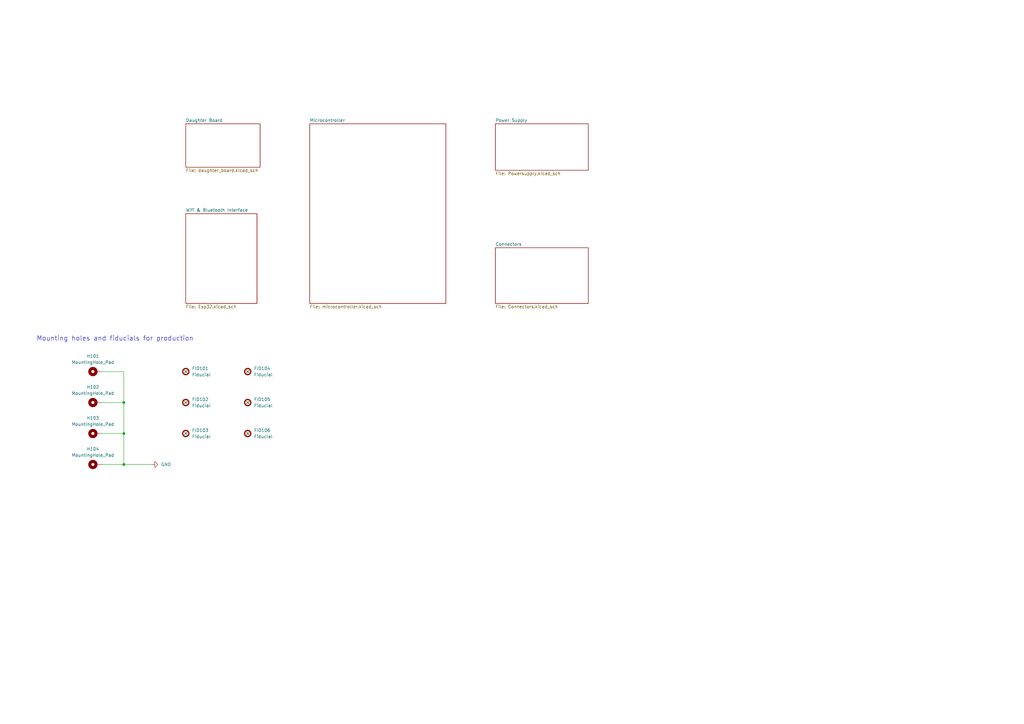
<source format=kicad_sch>
(kicad_sch (version 20231120) (generator "eeschema") (generator_version "8.0")
  (paper "A3")
  (title_block (title "NightLight") (date "2024-07-11") (rev "a") (comment 1 "MootSeeker (c) 2024") (comment 2 "LED Board"))
  (lib_symbols
    (symbol "Mechanical:Fiducial" (exclude_from_sim yes) (in_bom no)
      (property "Reference" "FID" (at 0 5.08 0))
      (property "Value" "Fiducial" (at 0 3.175 0))
      (symbol "Fiducial_0_1"
        (circle (center 0 0) (radius 1.27) (stroke (width 0.508)) (fill (type background)))
      )
    )
    (symbol "Mechanical:MountingHole_Pad" (pin_numbers hide) (pin_names (offset 1.016) hide) (exclude_from_sim yes) (in_bom no)
      (property "Reference" "H" (at 0 6.35 0))
      (property "Value" "MountingHole_Pad" (at 0 4.445 0))
      (symbol "MountingHole_Pad_0_1"
        (circle (center 0 1.27) (radius 1.27) (stroke (width 1.27)))
      )
      (symbol "MountingHole_Pad_1_1"
        (pin input line (at 0 -2.54 90) (length 2.54) (name "1") (number "1"))
      )
    )
    (symbol "power:GND" (power) (pin_numbers hide) (pin_names (offset 0) hide)
      (property "Value" "GND" (at 0 -3.81 0))
      (symbol "GND_0_1"
        (polyline (pts (xy 0 0) (xy 0 -1.27) (xy 1.27 -1.27) (xy 0 -2.54) (xy -1.27 -1.27) (xy 0 -1.27)))
      )
      (symbol "GND_1_1"
        (pin power_in line (at 0 0 270) (length 0) (name "~") (number "1"))
      )
    )
  )
  (junction (at 50.8 177.8))
  (junction (at 50.8 190.5))
  (junction (at 50.8 165.1))
  (no_connect (at 101.6 165.1))
  (no_connect (at 101.6 177.8))
  (no_connect (at 101.6 152.4))
  (no_connect (at 76.2 165.1))
  (no_connect (at 76.2 152.4))
  (no_connect (at 76.2 177.8))
  (wire (pts (xy 50.8 190.5) (xy 62.23 190.5)))
  (wire (pts (xy 50.8 177.8) (xy 50.8 190.5)))
  (wire (pts (xy 41.91 152.4) (xy 50.8 152.4)))
  (wire (pts (xy 41.91 177.8) (xy 50.8 177.8)))
  (wire (pts (xy 41.91 165.1) (xy 50.8 165.1)))
  (wire (pts (xy 50.8 165.1) (xy 50.8 177.8)))
  (wire (pts (xy 50.8 152.4) (xy 50.8 165.1)))
  (wire (pts (xy 50.8 190.5) (xy 41.91 190.5)))
  (text "Mounting holes and fiducials for production" (at 14.986 138.938 0) (effects (font (size 1.905 1.905)) (justify left)))
  (symbol (lib_id "Mechanical:Fiducial") (at 76.2 177.8 0) (unit 1) (exclude_from_sim yes) (in_bom no)
    (property "Reference" "FID103" (at 78.74 176.5299 0) (effects (justify left)))
    (property "Value" "Fiducial" (at 78.74 179.0699 0) (effects (justify left)))
    (property "Footprint" "Fiducial:Fiducial_0.5mm_Mask1mm" (effects (hide yes)))
    (property "Description" "Fiducial Marker" (effects (hide yes)))
  )
  (symbol (lib_id "Mechanical:MountingHole_Pad") (at 39.37 165.1 90) (unit 1) (exclude_from_sim yes) (in_bom no)
    (property "Reference" "H102" (at 38.1 158.75 90))
    (property "Value" "MountingHole_Pad" (at 38.1 161.29 90))
    (property "Footprint" "MountingHole:MountingHole_3.2mm_M3_Pad_Via" (effects (hide yes)))
    (property "Description" "Mounting Hole with connection" (effects (hide yes)))
  )
  (symbol (lib_id "power:GND") (at 62.23 190.5 90) (unit 1)
    (property "Reference" "#PWR0101" (effects (hide yes)))
    (property "Value" "GND" (at 66.04 190.4999 90) (effects (justify right)))
    (property "Description" "Power symbol creates a global label with name \"GND\" , ground" (effects (hide yes)))
  )
  (symbol (lib_id "Mechanical:Fiducial") (at 101.6 165.1 0) (unit 1) (exclude_from_sim yes) (in_bom no)
    (property "Reference" "FID105" (at 104.14 163.8299 0) (effects (justify left)))
    (property "Value" "Fiducial" (at 104.14 166.3699 0) (effects (justify left)))
    (property "Footprint" "Fiducial:Fiducial_0.5mm_Mask1mm" (effects (hide yes)))
    (property "Description" "Fiducial Marker" (effects (hide yes)))
  )
  (symbol (lib_id "Mechanical:Fiducial") (at 76.2 152.4 0) (unit 1) (exclude_from_sim yes) (in_bom no)
    (property "Reference" "FID101" (at 78.74 151.1299 0) (effects (justify left)))
    (property "Value" "Fiducial" (at 78.74 153.6699 0) (effects (justify left)))
    (property "Footprint" "Fiducial:Fiducial_0.5mm_Mask1mm" (effects (hide yes)))
    (property "Description" "Fiducial Marker" (effects (hide yes)))
  )
  (symbol (lib_id "Mechanical:Fiducial") (at 76.2 165.1 0) (unit 1) (exclude_from_sim yes) (in_bom no)
    (property "Reference" "FID102" (at 78.74 163.8299 0) (effects (justify left)))
    (property "Value" "Fiducial" (at 78.74 166.3699 0) (effects (justify left)))
    (property "Footprint" "Fiducial:Fiducial_0.5mm_Mask1mm" (effects (hide yes)))
    (property "Description" "Fiducial Marker" (effects (hide yes)))
  )
  (symbol (lib_id "Mechanical:MountingHole_Pad") (at 39.37 190.5 90) (unit 1) (exclude_from_sim yes) (in_bom no)
    (property "Reference" "H104" (at 38.1 184.15 90))
    (property "Value" "MountingHole_Pad" (at 38.1 186.69 90))
    (property "Footprint" "MountingHole:MountingHole_3.2mm_M3_Pad_Via" (effects (hide yes)))
    (property "Description" "Mounting Hole with connection" (effects (hide yes)))
  )
  (symbol (lib_id "Mechanical:MountingHole_Pad") (at 39.37 152.4 90) (unit 1) (exclude_from_sim yes) (in_bom no)
    (property "Reference" "H101" (at 38.1 146.05 90))
    (property "Value" "MountingHole_Pad" (at 38.1 148.59 90))
    (property "Footprint" "MountingHole:MountingHole_3.2mm_M3_Pad_Via" (effects (hide yes)))
    (property "Description" "Mounting Hole with connection" (effects (hide yes)))
  )
  (symbol (lib_id "Mechanical:Fiducial") (at 101.6 177.8 0) (unit 1) (exclude_from_sim yes) (in_bom no)
    (property "Reference" "FID106" (at 104.14 176.5299 0) (effects (justify left)))
    (property "Value" "Fiducial" (at 104.14 179.0699 0) (effects (justify left)))
    (property "Footprint" "Fiducial:Fiducial_0.5mm_Mask1mm" (effects (hide yes)))
    (property "Description" "Fiducial Marker" (effects (hide yes)))
  )
  (symbol (lib_id "Mechanical:MountingHole_Pad") (at 39.37 177.8 90) (unit 1) (exclude_from_sim yes) (in_bom no)
    (property "Reference" "H103" (at 38.1 171.45 90))
    (property "Value" "MountingHole_Pad" (at 38.1 173.99 90))
    (property "Footprint" "MountingHole:MountingHole_3.2mm_M3_Pad_Via" (effects (hide yes)))
    (property "Description" "Mounting Hole with connection" (effects (hide yes)))
  )
  (symbol (lib_id "Mechanical:Fiducial") (at 101.6 152.4 0) (unit 1) (exclude_from_sim yes) (in_bom no)
    (property "Reference" "FID104" (at 104.14 151.1299 0) (effects (justify left)))
    (property "Value" "Fiducial" (at 104.14 153.6699 0) (effects (justify left)))
    (property "Footprint" "Fiducial:Fiducial_0.5mm_Mask1mm" (effects (hide yes)))
    (property "Description" "Fiducial Marker" (effects (hide yes)))
  )
  (sheet (at 76.2 87.63) (size 29.21 36.83) (stroke (width 0.1524))
    (property "Sheetname" "Wifi & Bluetooth Interface" (at 76.2 86.9184 0) (effects (justify left bottom)))
    (property "Sheetfile" "Esp32.kicad_sch" (at 76.2 125.0446 0) (effects (justify left top)))
  )
  (sheet (at 76.2 50.8) (size 30.48 17.78) (stroke (width 0.1524))
    (property "Sheetname" "Daughter Board" (at 76.2 50.0884 0) (effects (justify left bottom)))
    (property "Sheetfile" "daughter_board.kicad_sch" (at 76.2 69.1646 0) (effects (justify left top)))
  )
  (sheet (at 203.2 50.8) (size 38.1 19.05) (stroke (width 0.1524))
    (property "Sheetname" "Power Supply" (at 203.2 50.0884 0) (effects (justify left bottom)))
    (property "Sheetfile" "Powersupply.kicad_sch" (at 203.2 70.4346 0) (effects (justify left top)))
  )
  (sheet (at 203.2 101.6) (size 38.1 22.86) (stroke (width 0.1524))
    (property "Sheetname" "Connectors" (at 203.2 100.8884 0) (effects (justify left bottom)))
    (property "Sheetfile" "Connectors.kicad_sch" (at 203.2 125.0446 0) (effects (justify left top)))
  )
  (sheet (at 127 50.8) (size 55.88 73.66) (stroke (width 0.1524))
    (property "Sheetname" "Microcontroller" (at 127 50.0884 0) (effects (justify left bottom)))
    (property "Sheetfile" "microcontroller.kicad_sch" (at 127 125.0446 0) (effects (justify left top)))
  )
)
</source>
